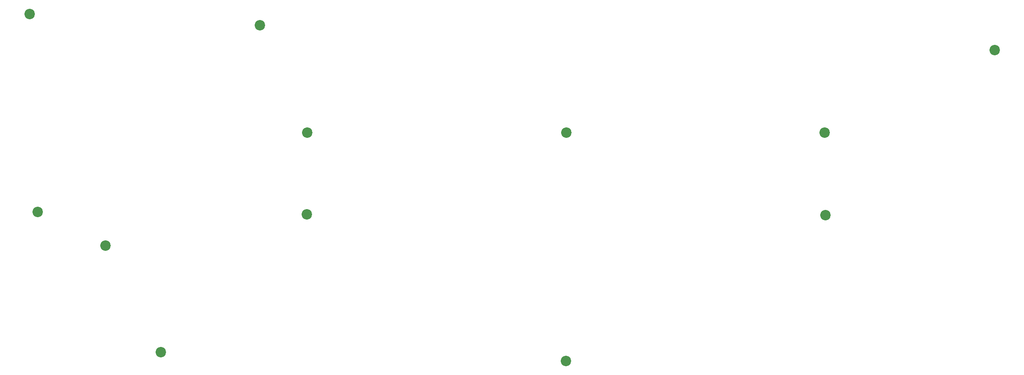
<source format=gbr>
%TF.GenerationSoftware,KiCad,Pcbnew,8.0.6*%
%TF.CreationDate,2025-04-17T08:55:34+02:00*%
%TF.ProjectId,KYBR_ORTHO_BOTTOM,4b594252-5f4f-4525-9448-4f5f424f5454,rev?*%
%TF.SameCoordinates,Original*%
%TF.FileFunction,Soldermask,Bot*%
%TF.FilePolarity,Negative*%
%FSLAX46Y46*%
G04 Gerber Fmt 4.6, Leading zero omitted, Abs format (unit mm)*
G04 Created by KiCad (PCBNEW 8.0.6) date 2025-04-17 08:55:34*
%MOMM*%
%LPD*%
G01*
G04 APERTURE LIST*
%ADD10C,2.200000*%
G04 APERTURE END LIST*
D10*
%TO.C,REF\u002A\u002A*%
X169000000Y-123600000D03*
%TD*%
%TO.C,REF\u002A\u002A*%
X114300000Y-92600000D03*
%TD*%
%TO.C,REF\u002A\u002A*%
X223600000Y-75400000D03*
%TD*%
%TO.C,REF\u002A\u002A*%
X114400000Y-75400000D03*
%TD*%
%TO.C,REF\u002A\u002A*%
X57500000Y-92100000D03*
%TD*%
%TO.C,REF\u002A\u002A*%
X83500000Y-121800000D03*
%TD*%
%TO.C,REF\u002A\u002A*%
X169100000Y-75400000D03*
%TD*%
%TO.C,REF\u002A\u002A*%
X259500000Y-57900000D03*
%TD*%
%TO.C,REF\u002A\u002A*%
X223800000Y-92800000D03*
%TD*%
%TO.C,REF\u002A\u002A*%
X71800000Y-99200000D03*
%TD*%
%TO.C,REF\u002A\u002A*%
X104400000Y-52700000D03*
%TD*%
%TO.C,REF\u002A\u002A*%
X55800000Y-50300000D03*
%TD*%
M02*

</source>
